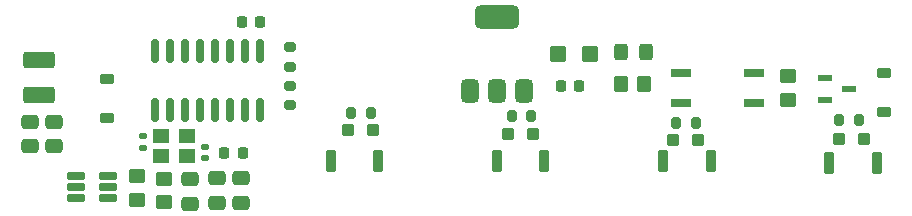
<source format=gbr>
%TF.GenerationSoftware,KiCad,Pcbnew,9.0.1*%
%TF.CreationDate,2025-06-20T00:57:13+09:00*%
%TF.ProjectId,NanoV3.3,4e616e6f-5633-42e3-932e-6b696361645f,rev?*%
%TF.SameCoordinates,Original*%
%TF.FileFunction,Paste,Bot*%
%TF.FilePolarity,Positive*%
%FSLAX46Y46*%
G04 Gerber Fmt 4.6, Leading zero omitted, Abs format (unit mm)*
G04 Created by KiCad (PCBNEW 9.0.1) date 2025-06-20 00:57:13*
%MOMM*%
%LPD*%
G01*
G04 APERTURE LIST*
G04 Aperture macros list*
%AMRoundRect*
0 Rectangle with rounded corners*
0 $1 Rounding radius*
0 $2 $3 $4 $5 $6 $7 $8 $9 X,Y pos of 4 corners*
0 Add a 4 corners polygon primitive as box body*
4,1,4,$2,$3,$4,$5,$6,$7,$8,$9,$2,$3,0*
0 Add four circle primitives for the rounded corners*
1,1,$1+$1,$2,$3*
1,1,$1+$1,$4,$5*
1,1,$1+$1,$6,$7*
1,1,$1+$1,$8,$9*
0 Add four rect primitives between the rounded corners*
20,1,$1+$1,$2,$3,$4,$5,0*
20,1,$1+$1,$4,$5,$6,$7,0*
20,1,$1+$1,$6,$7,$8,$9,0*
20,1,$1+$1,$8,$9,$2,$3,0*%
G04 Aperture macros list end*
%ADD10RoundRect,0.140000X0.170000X-0.140000X0.170000X0.140000X-0.170000X0.140000X-0.170000X-0.140000X0*%
%ADD11R,1.400000X1.200000*%
%ADD12RoundRect,0.225000X0.375000X-0.225000X0.375000X0.225000X-0.375000X0.225000X-0.375000X-0.225000X0*%
%ADD13RoundRect,0.225000X0.225000X0.250000X-0.225000X0.250000X-0.225000X-0.250000X0.225000X-0.250000X0*%
%ADD14RoundRect,0.140000X-0.170000X0.140000X-0.170000X-0.140000X0.170000X-0.140000X0.170000X0.140000X0*%
%ADD15RoundRect,0.250000X-0.450000X0.350000X-0.450000X-0.350000X0.450000X-0.350000X0.450000X0.350000X0*%
%ADD16RoundRect,0.157140X0.366660X0.366660X-0.366660X0.366660X-0.366660X-0.366660X0.366660X-0.366660X0*%
%ADD17RoundRect,0.200000X0.200000X0.275000X-0.200000X0.275000X-0.200000X-0.275000X0.200000X-0.275000X0*%
%ADD18RoundRect,0.250000X-0.475000X0.337500X-0.475000X-0.337500X0.475000X-0.337500X0.475000X0.337500X0*%
%ADD19RoundRect,0.200000X0.275000X-0.200000X0.275000X0.200000X-0.275000X0.200000X-0.275000X-0.200000X0*%
%ADD20R,1.250000X0.600000*%
%ADD21R,1.750000X0.650000*%
%ADD22RoundRect,0.129540X0.302260X0.784860X-0.302260X0.784860X-0.302260X-0.784860X0.302260X-0.784860X0*%
%ADD23RoundRect,0.225000X-0.225000X-0.250000X0.225000X-0.250000X0.225000X0.250000X-0.225000X0.250000X0*%
%ADD24RoundRect,0.250000X0.457500X0.445000X-0.457500X0.445000X-0.457500X-0.445000X0.457500X-0.445000X0*%
%ADD25RoundRect,0.250000X-0.325000X-0.450000X0.325000X-0.450000X0.325000X0.450000X-0.325000X0.450000X0*%
%ADD26RoundRect,0.150000X0.150000X-0.825000X0.150000X0.825000X-0.150000X0.825000X-0.150000X-0.825000X0*%
%ADD27RoundRect,0.225000X-0.375000X0.225000X-0.375000X-0.225000X0.375000X-0.225000X0.375000X0.225000X0*%
%ADD28RoundRect,0.250000X0.350000X0.450000X-0.350000X0.450000X-0.350000X-0.450000X0.350000X-0.450000X0*%
%ADD29RoundRect,0.375000X0.375000X-0.625000X0.375000X0.625000X-0.375000X0.625000X-0.375000X-0.625000X0*%
%ADD30RoundRect,0.500000X1.400000X-0.500000X1.400000X0.500000X-1.400000X0.500000X-1.400000X-0.500000X0*%
%ADD31RoundRect,0.250001X1.074999X-0.462499X1.074999X0.462499X-1.074999X0.462499X-1.074999X-0.462499X0*%
%ADD32RoundRect,0.162500X0.617500X0.162500X-0.617500X0.162500X-0.617500X-0.162500X0.617500X-0.162500X0*%
%ADD33RoundRect,0.250000X0.450000X-0.350000X0.450000X0.350000X-0.450000X0.350000X-0.450000X-0.350000X0*%
G04 APERTURE END LIST*
D10*
%TO.C,C4*%
X101800000Y-124120000D03*
X101800000Y-125080000D03*
%TD*%
D11*
%TO.C,Y3*%
X100300000Y-124850000D03*
X98100000Y-124850000D03*
X98100000Y-123150000D03*
X100300000Y-123150000D03*
%TD*%
D12*
%TO.C,D10*%
X93500000Y-121650000D03*
X93500000Y-118350000D03*
%TD*%
D13*
%TO.C,C14*%
X104975000Y-124600000D03*
X103425000Y-124600000D03*
%TD*%
D14*
%TO.C,C13*%
X96500000Y-123220000D03*
X96500000Y-124180000D03*
%TD*%
D15*
%TO.C,R3*%
X98300000Y-126800000D03*
X98300000Y-128800000D03*
%TD*%
D16*
%TO.C,L5*%
X157550000Y-123400000D03*
X155450000Y-123400000D03*
%TD*%
D17*
%TO.C,R12*%
X143325000Y-122100000D03*
X141675000Y-122100000D03*
%TD*%
D18*
%TO.C,C11*%
X89000000Y-121962500D03*
X89000000Y-124037500D03*
%TD*%
D16*
%TO.C,L4*%
X143550000Y-123500000D03*
X141450000Y-123500000D03*
%TD*%
D18*
%TO.C,C8*%
X102800000Y-126762500D03*
X102800000Y-128837500D03*
%TD*%
%TO.C,C10*%
X87000000Y-121962500D03*
X87000000Y-124037500D03*
%TD*%
D13*
%TO.C,C2*%
X133447500Y-118980000D03*
X131897500Y-118980000D03*
%TD*%
D19*
%TO.C,R2*%
X109000000Y-117325000D03*
X109000000Y-115675000D03*
%TD*%
D20*
%TO.C,Q9*%
X154250000Y-120160000D03*
X154250000Y-118250000D03*
X156350000Y-119205000D03*
%TD*%
D21*
%TO.C,U7*%
X142105000Y-120370000D03*
X142105000Y-117830000D03*
X148255000Y-117830000D03*
X148255000Y-120370000D03*
%TD*%
D22*
%TO.C,SW3*%
X130526917Y-125340000D03*
X126526417Y-125340000D03*
%TD*%
D23*
%TO.C,C5*%
X104900000Y-113525000D03*
X106450000Y-113525000D03*
%TD*%
D24*
%TO.C,C1*%
X134352500Y-116250000D03*
X131647500Y-116250000D03*
%TD*%
D17*
%TO.C,R11*%
X129400000Y-121500000D03*
X127750000Y-121500000D03*
%TD*%
D25*
%TO.C,D22*%
X137047500Y-116090000D03*
X139097500Y-116090000D03*
%TD*%
D18*
%TO.C,C9*%
X104800000Y-126762500D03*
X104800000Y-128837500D03*
%TD*%
D26*
%TO.C,U5*%
X106445000Y-120975000D03*
X105175000Y-120975000D03*
X103905000Y-120975000D03*
X102635000Y-120975000D03*
X101365000Y-120975000D03*
X100095000Y-120975000D03*
X98825000Y-120975000D03*
X97555000Y-120975000D03*
X97555000Y-116025000D03*
X98825000Y-116025000D03*
X100095000Y-116025000D03*
X101365000Y-116025000D03*
X102635000Y-116025000D03*
X103905000Y-116025000D03*
X105175000Y-116025000D03*
X106445000Y-116025000D03*
%TD*%
D15*
%TO.C,R36*%
X151120000Y-118120000D03*
X151120000Y-120120000D03*
%TD*%
D27*
%TO.C,D21*%
X159250000Y-117850000D03*
X159250000Y-121150000D03*
%TD*%
D28*
%TO.C,R35*%
X139000000Y-118750000D03*
X137000000Y-118750000D03*
%TD*%
D16*
%TO.C,L3*%
X129580000Y-123000000D03*
X127480000Y-123000000D03*
%TD*%
D18*
%TO.C,C12*%
X100550000Y-126862500D03*
X100550000Y-128937500D03*
%TD*%
D22*
%TO.C,SW2*%
X116460250Y-125340000D03*
X112459750Y-125340000D03*
%TD*%
D17*
%TO.C,R10*%
X115825000Y-121250000D03*
X114175000Y-121250000D03*
%TD*%
D22*
%TO.C,SW4*%
X144593583Y-125340000D03*
X140593083Y-125340000D03*
%TD*%
D29*
%TO.C,U1*%
X128800000Y-119400000D03*
X126500000Y-119400000D03*
X124200000Y-119400000D03*
D30*
X126500000Y-113100000D03*
%TD*%
D19*
%TO.C,R9*%
X109000000Y-120575000D03*
X109000000Y-118925000D03*
%TD*%
D22*
%TO.C,SW5*%
X158660250Y-125500000D03*
X154659750Y-125500000D03*
%TD*%
D31*
%TO.C,L1*%
X87750000Y-119737500D03*
X87750000Y-116762500D03*
%TD*%
D17*
%TO.C,R13*%
X157125000Y-121800000D03*
X155475000Y-121800000D03*
%TD*%
D16*
%TO.C,L2*%
X115990000Y-122670000D03*
X113890000Y-122670000D03*
%TD*%
D32*
%TO.C,U3*%
X93600000Y-126550000D03*
X93600000Y-127500000D03*
X93600000Y-128450000D03*
X90900000Y-128450000D03*
X90900000Y-127500000D03*
X90900000Y-126550000D03*
%TD*%
D33*
%TO.C,R4*%
X96000000Y-128600000D03*
X96000000Y-126600000D03*
%TD*%
M02*

</source>
